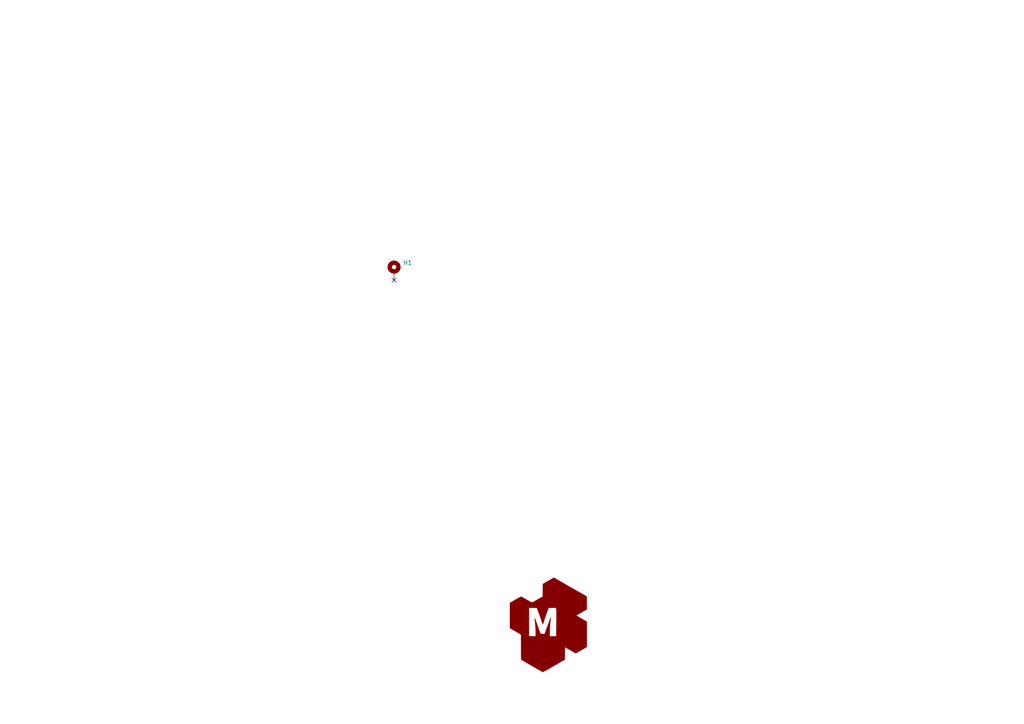
<source format=kicad_sch>
(kicad_sch (version 20211123) (generator eeschema)
  (paper "A4")
  (lib_symbols
    (symbol "-local:LOGO_KMS" (pin_names (offset 1.016))
      (symbol "LOGO_KMS_0_0"
        (polyline (pts (xy 0.0117 -14.5438) (xy 0.1815 -14.4596) (xy 0.4733 -14.3044) (xy 0.8715 -14.0867) (xy 1.3602 -13.8153) (xy 1.924 -13.4987) (xy 2.5471 -13.1457) (xy 3.2139 -12.765) (xy 6.35 -10.9673) (xy 6.35 -9.1666) (xy 6.3501 -8.9706) (xy 6.3525 -8.4585) (xy 6.3574 -8.0174) (xy 6.3642 -7.6719) (xy 6.3725 -7.4466) (xy 6.382 -7.366) (xy 6.3931 -7.3705) (xy 6.5163 -7.4356) (xy 6.7572 -7.5687) (xy 7.0937 -7.7574) (xy 7.504 -7.9893) (xy 7.966 -8.2524) (xy 9.518 -9.1387) (xy 9.8784 -8.9373) (xy 9.9805 -8.8799) (xy 10.249 -8.728) (xy 10.6096 -8.5232) (xy 11.0278 -8.2852) (xy 11.4694 -8.0335) (xy 12.7 -7.331) (xy 12.7 0.0494) (xy 11.176 0.9196) (xy 11.0418 0.9963) (xy 10.5993 1.2512) (xy 10.2174 1.4738) (xy 9.9177 1.6515) (xy 9.722 1.7712) (xy 9.652 1.8203) (xy 9.6578 1.8264) (xy 9.7659 1.8969) (xy 9.9934 2.0344) (xy 10.3187 2.2262) (xy 10.7201 2.4593) (xy 11.176 2.721) (xy 12.7 3.5912) (xy 12.7 7.3263) (xy 8.3185 9.8382) (xy 7.6069 10.2461) (xy 6.8355 10.688) (xy 6.1113 11.1028) (xy 5.4483 11.4824) (xy 4.8609 11.8184) (xy 4.3634 12.1028) (xy 3.9699 12.3275) (xy 3.6948 12.4842) (xy 3.5523 12.5649) (xy 3.1677 12.7795) (xy 1.5789 11.8716) (xy -0.0098 10.9637) (xy -0.0424 7.3239) (xy -1.6087 6.4227) (xy -1.8975 6.2571) (xy -2.3649 5.9936) (xy -2.7164 5.8043) (xy -2.9709 5.68) (xy -3.1477 5.612) (xy -3.2658 5.5912) (xy -3.3444 5.6086) (xy -3.4618 5.6732) (xy -3.7025 5.8093) (xy -4.0377 6.0007) (xy -4.4409 6.2321) (xy -4.8855 6.4885) (xy -5.3221 6.7382) (xy -5.7113 6.9558) (xy -6.0282 7.1278) (xy -6.2482 7.2407) (xy -6.3467 7.2813) (xy -6.3645 7.2764) (xy -6.5062 7.2095) (xy -6.7636 7.0739) (xy -7.1139 6.8821) (xy -7.5342 6.6465) (xy -8.0018 6.3795) (xy -9.5674 5.4776) (xy -9.5674 4.0688) (xy -4.064 4.0688) (xy -1.7516 4.0216) (xy -1.1718 2.4553) (xy -1 1.9865) (xy -0.7964 1.4201) (xy -0.6059 0.8796) (xy -0.4442 0.409) (xy -0.3266 0.0527) (xy -0.2179 -0.2807) (xy -0.1159 -0.5429) (xy -0.0353 -0.6449) (xy 0.0378 -0.5883) (xy 0.1173 -0.3745) (xy 0.217 -0.005) (xy 0.2461 0.1011) (xy 0.3452 0.4246) (xy 0.4827 0.8444) (xy 0.6445 1.3178) (xy 0.8165 1.8022) (xy 0.8988 2.0297) (xy 1.0719 2.5096) (xy 1.232 2.9552) (xy 1.3642 3.325) (xy 1.4536 3.5771) (xy 1.6242 4.064) (xy 3.88 4.064) (xy 3.9085 3.0691) (xy 3.9135 2.811) (xy 3.9177 2.3699) (xy 3.9198 1.8095) (xy 3.9199 1.1571) (xy 3.9179 0.44) (xy 3.9139 -0.3146) (xy 3.908 -1.0795) (xy 3.879 -4.2334) (xy 1.9224 -4.2334) (xy 1.9748 -2.4342) (xy 1.9947 -1.8396) (xy 2.0364 -0.9704) (xy 2.0906 -0.2293) (xy 2.1593 0.4093) (xy 2.2446 0.971) (xy 2.262 1.0904) (xy 2.2529 1.171) (xy 2.1976 1.1001) (xy 2.0991 0.8842) (xy 1.9605 0.5295) (xy 1.7849 0.0423) (xy 1.7468 -0.0664) (xy 1.5718 -0.5599) (xy 1.3664 -1.1332) (xy 1.1532 -1.7235) (xy 0.9546 -2.2683) (xy 0.4799 -3.5629) (xy -0.1138 -3.5383) (xy -0.7074 -3.5137) (xy -0.9586 -2.8364) (xy -0.9612 -2.8292) (xy -1.0706 -2.529) (xy -1.2213 -2.1084) (xy -1.3998 -1.6058) (xy -1.5924 -1.0595) (xy -1.7856 -0.508) (xy -1.8442 -0.3408) (xy -2.0095 0.1196) (xy -2.1523 0.5018) (xy -2.2647 0.7852) (xy -2.3386 0.9493) (xy -2.3659 0.9736) (xy -2.3657 0.9477) (xy -2.3538 0.7623) (xy -2.3275 0.455) (xy -2.29 0.0619) (xy -2.2445 -0.381) (xy -2.2379 -0.4446) (xy -2.1912 -1.0068) (xy -2.1531 -1.6534) (xy -2.1273 -2.3095) (xy -2.1176 -2.8999) (xy -2.1167 -4.2334) (xy -4.064 -4.2334) (xy -4.064 4.0688) (xy -9.5674 4.0688) (xy -9.5674 -1.8386) (xy -8.1915 -2.6257) (xy -7.7716 -2.8672) (xy -7.3526 -3.111) (xy -6.9963 -3.3211) (xy -6.7308 -3.4809) (xy -6.5844 -3.5738) (xy -6.353 -3.7348) (xy -6.3529 -7.3454) (xy -6.3527 -7.7944) (xy -6.3506 -8.6376) (xy -6.346 -9.3299) (xy -6.3386 -9.8839) (xy -6.3279 -10.3121) (xy -6.3136 -10.6272) (xy -6.2954 -10.8417) (xy -6.2729 -10.9682) (xy -6.2456 -11.0192) (xy -6.2238 -11.0319) (xy -6.0739 -11.1186) (xy -5.8 -11.2769) (xy -5.4182 -11.4974) (xy -4.9445 -11.7709) (xy -4.3949 -12.0881) (xy -3.7856 -12.4397) (xy -3.1327 -12.8164) (xy -2.8568 -12.9754) (xy -2.2209 -13.34) (xy -1.6355 -13.6733) (xy -1.1165 -13.9663) (xy -0.6799 -14.2101) (xy -0.3417 -14.3958) (xy -0.1179 -14.5142) (xy -0.0246 -14.5566) (xy 0.0117 -14.5438)) (stroke (width 0.01)) (fill (type outline)))
      )
    )
    (symbol "Mechanical:MountingHole_Pad" (pin_numbers hide) (pin_names (offset 1.016) hide)
      (property "Reference" "H" (at 0 6.35 0))
      (property "Value" "MountingHole_Pad" (at 0 4.445 0))
      (symbol "MountingHole_Pad_0_1"
        (circle (center 0 1.27) (radius 1.27) (stroke (width 1.27)))
      )
      (symbol "MountingHole_Pad_1_1"
        (pin input line (at 0 -2.54 90) (length 2.54) (name "1") (number "1"))
      )
    )
  )
  (no_connect (at 114.3 81.28))
  (symbol (lib_id "-local:LOGO_KMS") (at 157.48 180.34 0) (unit 1)
    (property "Reference" "#G1" (effects hide))
    (property "Value" "LOGO_KMS" (effects hide))
  )
  (symbol (lib_id "Mechanical:MountingHole_Pad") (at 114.3 78.74 0) (unit 1)
    (property "Reference" "H1" (at 116.84 76.1999 0) (effects (justify left)))
    (property "Value" "MountingHole_Pad" (effects hide))
    (property "Footprint" "-local:MountingHole_1.35mm_M1.2_Pad" (effects hide))
  )
)
</source>
